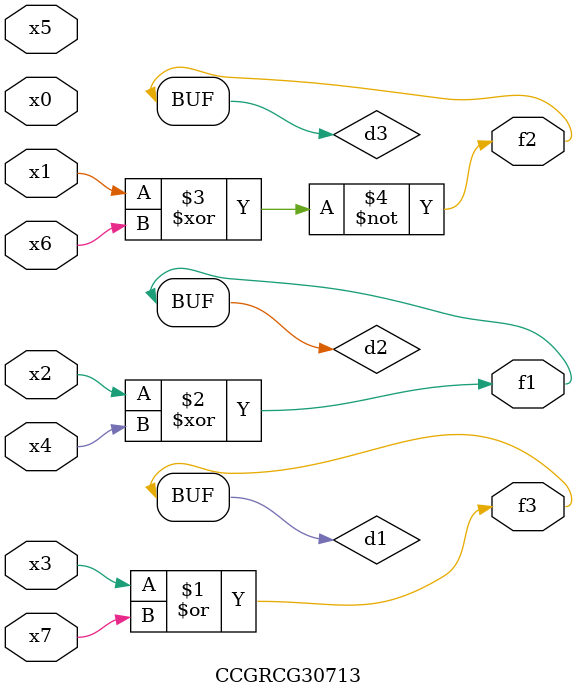
<source format=v>
module CCGRCG30713(
	input x0, x1, x2, x3, x4, x5, x6, x7,
	output f1, f2, f3
);

	wire d1, d2, d3;

	or (d1, x3, x7);
	xor (d2, x2, x4);
	xnor (d3, x1, x6);
	assign f1 = d2;
	assign f2 = d3;
	assign f3 = d1;
endmodule

</source>
